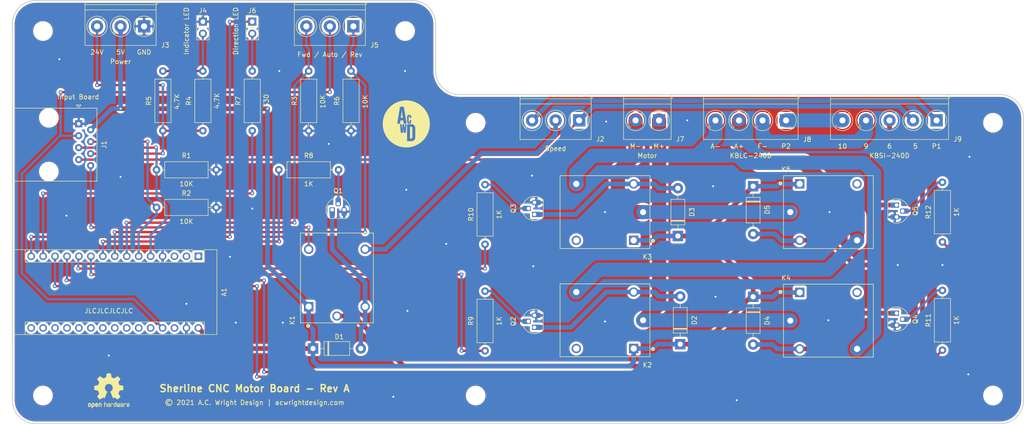
<source format=kicad_pcb>
(kicad_pcb (version 20211014) (generator pcbnew)
  (layers (0 "F.Cu" signal) (31 "B.Cu" signal) (34 "B.Paste" user) (35 "F.Paste" user) (36 "B.SilkS" user "B.Silkscreen") (37 "F.SilkS" user "F.Silkscreen") (38 "B.Mask" user) (39 "F.Mask" user) (44 "Edge.Cuts" user))
  (net 0 "")
  (net 7 "GND")
  (net 9 "FWD")
  (net 11 "REV")
  (net 13 "Net-(A1-Pad7)")
  (net 15 "Net-(A1-Pad8)")
  (net 17 "D6")
  (net 19 "D7")
  (net 21 "D8")
  (net 22 "5V")
  (net 23 "D9")
  (net 25 "D10")
  (net 26 "Net-(A1-Pad14)")
  (net 27 "VIN")
  (net 28 "Net-(A1-Pad15)")
  (net 30 "Net-(D1-Pad2)")
  (net 31 "Net-(D2-Pad2)")
  (net 32 "Net-(D3-Pad2)")
  (net 33 "Net-(D4-Pad2)")
  (net 34 "Net-(D5-Pad2)")
  (net 35 "24V")
  (net 36 "K5")
  (net 37 "Net-(J1-Pad8)")
  (net 38 "Net-(J2-Pad2)")
  (net 39 "P1")
  (net 40 "Net-(J4-Pad2)")
  (net 41 "Net-(J6-Pad2)")
  (net 42 "M+")
  (net 43 "M-")
  (net 44 "P2")
  (net 45 "F-")
  (net 46 "A+")
  (net 47 "A-")
  (net 48 "K6")
  (net 53 "Net-(Q1-Pad2)")
  (net 54 "Net-(Q2-Pad2)")
  (net 55 "Net-(Q3-Pad2)")
  (net 56 "Net-(Q4-Pad2)")
  (net 57 "Net-(Q5-Pad2)")
  (footprint "Diode_THT:D_DO-41_SOD81_P10.16mm_Horizontal" (layer "F.Cu") (at 199.5 119 -90)
    (fp_text reference "D4")
    (fp_text value "1N4007" hide)
  )
  (footprint "Resistor_THT:R_Axial_DIN0309_L9.0mm_D3.2mm_P12.70mm_Horizontal" (layer "F.Cu") (at 142.5 130.5 90)
    (fp_text reference "R9")
    (fp_text value "1K")
  )
  (footprint "Package_TO_SOT_THT:TO-92L_HandSolder" (layer "F.Cu") (at 230 122.5 -90)
    (fp_text reference "Q4")
    (fp_text value "2N2222" hide)
  )
  (footprint "TerminalBlock_Phoenix:TerminalBlock_Phoenix_PT-1,5-5-5.0-H_1x05_P5.00mm_Horizontal" (layer "F.Cu") (at 238.5 81.5 180)
    (fp_text reference "J9")
    (fp_text value "KBSI-240D")
  )
  (footprint "SRD-05VDC-SL-C:SRD-05VDC-SL-C" (layer "F.Cu") (at 215.5 124.08)
    (fp_text reference "K4")
    (fp_text value "SRD-05VDC-SL-C" hide)
  )
  (footprint "MountingHole:MountingHole_3.2mm_M3" (layer "F.Cu") (at 250.5 82)
    (fp_text reference "H5" hide)
    (fp_text value "MountingHole" hide)
  )
  (footprint "A.C. Wright Logo:A.C. Wright Logo 10mm" (layer "F.Cu") (at 125.75 82.25)
    (fp_text reference "G***" hide)
    (fp_text value "LOGO" hide)
  )
  (footprint "SRD-05VDC-SL-C:SRD-05VDC-SL-C" (layer "F.Cu") (at 168 101 180)
    (fp_text reference "K3")
    (fp_text value "SRD-05VDC-SL-C" hide)
  )
  (footprint "MountingHole:MountingHole_3.2mm_M3" (layer "F.Cu") (at 140.5 82)
    (fp_text reference "H6" hide)
    (fp_text value "MountingHole" hide)
  )
  (footprint "Package_TO_SOT_THT:TO-92L_HandSolder" (layer "F.Cu") (at 153.02 101.5 90)
    (fp_text reference "Q3")
    (fp_text value "2N2222" hide)
  )
  (footprint "Diode_THT:D_DO-41_SOD81_P10.16mm_Horizontal" (layer "F.Cu") (at 183.5 106.08 90)
    (fp_text reference "D3")
    (fp_text value "1N4007" hide)
  )
  (footprint "Resistor_THT:R_Axial_DIN0309_L9.0mm_D3.2mm_P12.70mm_Horizontal" (layer "F.Cu") (at 98.65 92)
    (fp_text reference "R8")
    (fp_text value "1K")
  )
  (footprint "Diode_THT:D_DO-41_SOD81_P10.16mm_Horizontal" (layer "F.Cu") (at 199.5 95.5 -90)
    (fp_text reference "D5")
    (fp_text value "1N4007" hide)
  )
  (footprint "Resistor_THT:R_Axial_DIN0309_L9.0mm_D3.2mm_P12.70mm_Horizontal" (layer "F.Cu") (at 142.5 107.85 90)
    (fp_text reference "R10")
    (fp_text value "1K")
  )
  (footprint "MountingHole:MountingHole_3.2mm_M3" (layer "F.Cu") (at 48.5 62.5)
    (fp_text reference "H1" hide)
    (fp_text value "MountingHole" hide)
  )
  (footprint "Resistor_THT:R_Axial_DIN0309_L9.0mm_D3.2mm_P12.70mm_Horizontal" (layer "F.Cu") (at 72.65 92)
    (fp_text reference "R1")
    (fp_text value "10K")
  )
  (footprint "Resistor_THT:R_Axial_DIN0309_L9.0mm_D3.2mm_P12.70mm_Horizontal" (layer "F.Cu") (at 114 71 -90)
    (fp_text reference "R6")
    (fp_text value "10K")
  )
  (footprint "Resistor_THT:R_Axial_DIN0309_L9.0mm_D3.2mm_P12.70mm_Horizontal" (layer "F.Cu") (at 105 71 -90)
    (fp_text reference "R3")
    (fp_text value "10K")
  )
  (footprint "TerminalBlock_Phoenix:TerminalBlock_Phoenix_PT-1,5-4-5.0-H_1x04_P5.00mm_Horizontal" (layer "F.Cu") (at 206.5 81.5 180)
    (fp_text reference "J8")
    (fp_text value "KBLC-240D")
  )
  (footprint "Package_TO_SOT_THT:TO-92L_HandSolder" (layer "F.Cu") (at 153 125.5 90)
    (fp_text reference "Q2")
    (fp_text value "2N2222" hide)
  )
  (footprint "Resistor_THT:R_Axial_DIN0309_L9.0mm_D3.2mm_P12.70mm_Horizontal" (layer "F.Cu") (at 74 71 -90)
    (fp_text reference "R5")
    (fp_text value "4.7K")
  )
  (footprint "MountingHole:MountingHole_3.2mm_M3" (layer "F.Cu") (at 125.5 62.5)
    (fp_text reference "H7" hide)
    (fp_text value "MountingHole" hide)
  )
  (footprint "TerminalBlock_Phoenix:TerminalBlock_Phoenix_PT-1,5-2-5.0-H_1x02_P5.00mm_Horizontal" (layer "F.Cu") (at 179.5 81.5 180)
    (fp_text reference "J7")
    (fp_text value "Motor")
  )
  (footprint "Symbol:OSHW-Logo2_9.8x8mm_SilkScreen" (layer "F.Cu") (at 62.5 139)
    (fp_text reference "REF**" hide)
    (fp_text value "OSHW-Logo2_9.8x8mm_SilkScreen" hide)
  )
  (footprint "Resistor_THT:R_Axial_DIN0309_L9.0mm_D3.2mm_P12.70mm_Horizontal" (layer "F.Cu") (at 93 83.7 90)
    (fp_text reference "R7")
    (fp_text value "330")
  )
  (footprint "MountingHole:MountingHole_3.2mm_M3" (layer "F.Cu") (at 140.5 140)
    (fp_text reference "H3" hide)
    (fp_text value "MountingHole" hide)
  )
  (footprint "MountingHole:MountingHole_3.2mm_M3" (layer "F.Cu") (at 250.5 140)
    (fp_text reference "H4" hide)
    (fp_text value "MountingHole" hide)
  )
  (footprint "Module:Arduino_Nano" (layer "F.Cu") (at 81.55 110.39 -90)
    (fp_text reference "A1")
    (fp_text value "Arduino_Nano_v3.x")
  )
  (footprint "SRD-05VDC-SL-C:SRD-05VDC-SL-C" (layer "F.Cu") (at 215.5 101)
    (fp_text reference "K5")
    (fp_text value "SRD-05VDC-SL-C" hide)
  )
  (footprint "Package_TO_SOT_THT:TO-92L_HandSolder" (layer "F.Cu") (at 110 100.5)
    (fp_text reference "Q1")
    (fp_text value "2N2222" hide)
  )
  (footprint "Connector_PinHeader_2.54mm:PinHeader_1x02_P2.54mm_Vertical" (layer "F.Cu") (at 93 60.5)
    (fp_text reference "J6")
    (fp_text value "Direction LED")
  )
  (footprint "Package_TO_SOT_THT:TO-92L_HandSolder" (layer "F.Cu") (at 230 99.5 -90)
    (fp_text reference "Q5")
    (fp_text value "2N2222" hide)
  )
  (footprint "Resistor_THT:R_Axial_DIN0309_L9.0mm_D3.2mm_P12.70mm_Horizontal" (layer "F.Cu") (at 239.75 130.35 90)
    (fp_text reference "R11")
    (fp_text value "1K")
  )
  (footprint "SRD-05VDC-SL-C:SRD-05VDC-SL-C" (layer "F.Cu") (at 111 115 90)
    (fp_text reference "K1")
    (fp_text value "SRD-05VDC-SL-C" hide)
  )
  (footprint "Connector_RJ:RJ45_Amphenol_54602-x08_Horizontal" (layer "F.Cu") (at 56.1 82.2175 -90)
    (fp_text reference "J1")
    (fp_text value "Input Board")
  )
  (footprint "TerminalBlock_Phoenix:TerminalBlock_Phoenix_PT-1,5-3-5.0-H_1x03_P5.00mm_Horizontal" (layer "F.Cu") (at 114.5 61.5 180)
    (fp_text reference "J5")
    (fp_text value "Fwd / Auto / Rev")
  )
  (footprint "Resistor_THT:R_Axial_DIN0309_L9.0mm_D3.2mm_P12.70mm_Horizontal" (layer "F.Cu") (at 72.65 100)
    (fp_text reference "R2")
    (fp_text value "10K")
  )
  (footprint "TerminalBlock_Phoenix:TerminalBlock_Phoenix_PT-1,5-3-5.0-H_1x03_P5.00mm_Horizontal" (layer "F.Cu") (at 162.5 81.5 180)
    (fp_text reference "J2")
    (fp_text value "Speed")
  )
  (footprint "MountingHole:MountingHole_3.2mm_M3" (layer "F.Cu") (at 48.5 140)
    (fp_text reference "H2" hide)
    (fp_text value "MountingHole" hide)
  )
  (footprint "SRD-05VDC-SL-C:SRD-05VDC-SL-C" (layer "F.Cu") (at 168 124 180)
    (fp_text reference "K2")
    (fp_text value "SRD-05VDC-SL-C" hide)
  )
  (footprint "Diode_THT:D_DO-41_SOD81_P10.16mm_Horizontal" (layer "F.Cu") (at 105.92 130)
    (fp_text reference "D1")
    (fp_text value "1N4007" hide)
  )
  (footprint "TerminalBlock_Phoenix:TerminalBlock_Phoenix_PT-1,5-3-5.0-H_1x03_P5.00mm_Horizontal" (layer "F.Cu") (at 70 61.5 180)
    (fp_text reference "J3")
    (fp_text value "Power")
  )
  (footprint "Diode_THT:D_DO-41_SOD81_P10.16mm_Horizontal" (layer "F.Cu") (at 184 129.08 90)
    (fp_text reference "D2")
    (fp_text value "1N4007" hide)
  )
  (footprint "Resistor_THT:R_Axial_DIN0309_L9.0mm_D3.2mm_P12.70mm_Horizontal" (layer "F.Cu") (at 82.5 71 -90)
    (fp_text reference "R4")
    (fp_text value "4.7K")
  )
  (footprint "Connector_PinHeader_2.54mm:PinHeader_1x02_P2.54mm_Vertical" (layer "F.Cu") (at 82.5 60.5)
    (fp_text reference "J4")
    (fp_text value "Indicator LED")
  )
  (footprint "Resistor_THT:R_Axial_DIN0309_L9.0mm_D3.2mm_P12.70mm_Horizontal" (layer "F.Cu") (at 239.75 107.35 90)
    (fp_text reference "R12")
    (fp_text value "1K")
  )
  (gr_arc (start 137 76) (mid 133.464467 74.535534) (end 132 71) (layer "Edge.Cuts") (width 0.2))
  (gr_line (start 252 76) (end 137 76) (layer "Edge.Cuts") (width 0.2))
  (gr_arc (start 47 146) (mid 43.464467 144.535534) (end 42 141) (layer "Edge.Cuts") (width 0.2))
  (gr_arc (start 127 56) (mid 130.535533 57.464466) (end 132 61) (layer "Edge.Cuts") (width 0.2))
  (gr_line (start 132 71) (end 132 61) (layer "Edge.Cuts") (width 0.2))
  (gr_line (start 127 56) (end 47 56) (layer "Edge.Cuts") (width 0.2))
  (gr_line (start 42 61) (end 42 141) (layer "Edge.Cuts") (width 0.2))
  (gr_line (start 47 146) (end 252 146) (layer "Edge.Cuts") (width 0.2))
  (gr_arc (start 257 141) (mid 255.535534 144.535533) (end 252 146) (layer "Edge.Cuts") (width 0.2))
  (gr_arc (start 42 61) (mid 43.464466 57.464467) (end 47 56) (layer "Edge.Cuts") (width 0.2))
  (gr_arc (start 252 76) (mid 255.535533 77.464466) (end 257 81) (layer "Edge.Cuts") (width 0.2))
  (gr_line (start 257 141) (end 257 81) (layer "Edge.Cuts") (width 0.2))
  (gr_text "6" (at 228.5 87) (layer "F.SilkS") (effects (font (size 1 1))))
  (gr_text "10" (at 218.5 87) (layer "F.SilkS") (effects (font (size 1 1))))
  (gr_text "P1" (at 238.5 87) (layer "F.SilkS") (effects (font (size 1 1))))
  (gr_text "P2" (at 206.5 87) (layer "F.SilkS") (effects (font (size 1 1))))
  (gr_text "JLCJLCJLCJLC" (at 62.5 122) (layer "F.SilkS") (effects (font (size 1 1))))
  (gr_text "A-" (at 191.5 87) (layer "F.SilkS") (effects (font (size 1 1))))
  (gr_text "9" (at 223.5 87) (layer "F.SilkS") (effects (font (size 1 1))))
  (gr_text "24V" (at 60 67) (layer "F.SilkS") (effects (font (size 1 1))))
  (gr_text "A+" (at 196.5 87) (layer "F.SilkS") (effects (font (size 1 1))))
  (gr_text "© 2021 A.C. Wright Design | acwrightdesign.com" (at 93.5 141.5) (layer "F.SilkS") (effects (font (size 1 1))))
  (gr_text "M-" (at 174.5 87) (layer "F.SilkS") (effects (font (size 1 1))))
  (gr_text "F-" (at 201.5 87) (layer "F.SilkS") (effects (font (size 1 1))))
  (gr_text "GND" (at 70 67) (layer "F.SilkS") (effects (font (size 1 1))))
  (gr_text "5" (at 234 87) (layer "F.SilkS") (effects (font (size 1 1))))
  (gr_text "5V" (at 65 67) (layer "F.SilkS") (effects (font (size 1 1))))
  (gr_text "M+" (at 179.5 87) (layer "F.SilkS") (effects (font (size 1 1))))
  (gr_text "Sherline CNC Motor Board - Rev A" (at 93.5 138.5) (layer "F.SilkS") (effects (font (size 1.5 1.5) (thickness 0.3))))
  (via (at 52 68.5) (size 0.8) (drill 0.4) (layers "F.Cu" "B.Cu") (net 7))
  (via (at 191 95.5) (size 0.8) (drill 0.4) (layers "F.Cu" "B.Cu") (net 7))
  (via (at 245.5 89.25) (size 0.8) (drill 0.4) (layers "F.Cu" "B.Cu") (net 7))
  (via (at 89.5 124.5) (size 0.8) (drill 0.4) (layers "F.Cu" "B.Cu") (net 7))
  (via (at 196 141) (size 0.8) (drill 0.4) (layers "F.Cu" "B.Cu") (net 7))
  (via (at 125.75 96.25) (size 0.8) (drill 0.4) (layers "F.Cu" "B.Cu") (net 7))
  (via (at 215.75 101) (size 0.8) (drill 0.4) (layers "F.Cu" "B.Cu") (net 7))
  (via (at 62.5 131.5) (size 0.8) (drill 0.4) (layers "F.Cu" "B.Cu") (net 7))
  (via (at 230.25 112.25) (size 0.8) (drill 0.4) (layers "F.Cu" "B.Cu") (net 7))
  (via (at 98.75 71) (size 0.8) (drill 0.4) (layers "F.Cu" "B.Cu") (net 7))
  (via (at 152.5 93.25) (size 0.8) (drill 0.4) (layers "F.Cu" "B.Cu") (net 7))
  (via (at 245.25 135.5) (size 0.8) (drill 0.4) (layers "F.Cu" "B.Cu") (net 7))
  (via (at 93 100.25) (size 0.8) (drill 0.4) (layers "F.Cu" "B.Cu") (net 7))
  (via (at 191.5 119) (size 0.8) (drill 0.4) (layers "F.Cu" "B.Cu") (net 7))
  (via (at 134.25 107.75) (size 0.8) (drill 0.4) (layers "F.Cu" "B.Cu") (net 7))
  (via (at 126 122) (size 0.8) (drill 0.4) (layers "F.Cu" "B.Cu") (net 7))
  (via (at 168 124.25) (size 0.8) (drill 0.4) (layers "F.Cu" "B.Cu") (net 7))
  (via (at 168.25 81.75) (size 0.8) (drill 0.4) (layers "F.Cu" "B.Cu") (net 7))
  (via (at 239.75 112.25) (size 0.8) (drill 0.4) (layers "F.Cu" "B.Cu") (net 7))
  (via (at 65 93.5) (size 0.8) (drill 0.4) (layers "F.Cu" "B.Cu") (net 7))
  (via (at 168 101) (size 0.8) (drill 0.4) (layers "F.Cu" "B.Cu") (net 7))
  (via (at 109.25 86.5) (size 0.8) (drill 0.4) (layers "F.Cu" "B.Cu") (net 7))
  (via (at 88.25 110.5) (size 0.8) (drill 0.4) (layers "F.Cu" "B.Cu") (net 7))
  (via (at 215.5 124) (size 0.8) (drill 0.4) (layers "F.Cu" "B.Cu") (net 7))
  (via (at 79 120.5) (size 0.8) (drill 0.4) (layers "F.Cu" "B.Cu") (net 7))
  (via (at 152.75 112.5) (size 0.8) (drill 0.4) (layers "F.Cu" "B.Cu") (net 7))
  (via (at 125.5 71) (size 0.8) (drill 0.4) (layers "F.Cu" "B.Cu") (net 7))
  (via (at 53.5 101.75) (size 0.8) (drill 0.4) (layers "F.Cu" "B.Cu") (net 7))
  (via (at 99.5 124.5) (size 0.8) (drill 0.4) (layers "F.Cu" "B.Cu") (net 7))
  (via (at 123 140.25) (size 0.8) (drill 0.4) (layers "F.Cu" "B.Cu") (net 7))
  (via (at 185.5 81.5) (size 0.8) (drill 0.4) (layers "F.Cu" "B.Cu") (net 7))
  (segment (start 72.4525 87.2975) (end 72.5 87.25) (width 0.5) (layer "F.Cu") (net 9))
  (segment (start 56.1 87.2975) (end 72.4525 87.2975) (width 0.5) (layer "F.Cu") (net 9))
  (via (at 72.5 87.25) (size 0.8) (drill 0.4) (layers "F.Cu" "B.Cu") (net 9))
  (segment (start 72.65 87.4) (end 72.5 87.25) (width 0.5) (layer "B.Cu") (net 9))
  (segment (start 72.65 97.65) (end 74.75 99.75) (width 0.5) (layer "B.Cu") (net 9))
  (segment (start 71.39 105.86) (end 71.39 110.39) (width 0.5) (layer "B.Cu") (net 9))
  (segment (start 72.65 92) (end 72.65 97.65) (width 0.5) (layer "B.Cu") (net 9))
  (segment (start 72.65 92) (end 72.65 87.4) (width 0.5) (layer "B.Cu") (net 9))
  (segment (start 74.75 99.75) (end 74.75 102.5) (width 0.5) (layer "B.Cu") (net 9))
  (segment (start 74.75 102.5) (end 71.39 105.86) (width 0.5) (layer "B.Cu") (net 9))
  (segment (start 58.64 86.0275) (end 70.7225 86.0275) (width 0.5) (layer "F.Cu") (net 11))
  (segment (start 70.7225 86.0275) (end 70.75 86) (width 0.5) (layer "F.Cu") (net 11))
  (via (at 70.75 86) (size 0.8) (drill 0.4) (layers "F.Cu" "B.Cu") (net 11))
  (segment (start 72.65 100) (end 72.65 101.6) (width 0.5) (layer "B.Cu") (net 11))
  (segment (start 70.75 86) (end 70.75 98.1) (width 0.5) (layer "B.Cu") (net 11))
  (segment (start 70.75 98.1) (end 72.65 100) (width 0.5) (layer "B.Cu") (net 11))
  (segment (start 68.85 105.4) (end 68.85 110.39) (width 0.5) (layer "B.Cu") (net 11))
  (segment (start 72.65 101.6) (end 68.85 105.4) (width 0.5) (layer "B.Cu") (net 11))
  (segment (start 66.25 103.25) (end 102 103.25) (width 0.5) (layer "F.Cu") (net 13))
  (via (at 66.25 103.25) (size 0.8) (drill 0.4) (layers "F.Cu" "B.Cu") (net 13))
  (via (at 102 103.25) (size 0.8) (drill 0.4) (layers "F.Cu" "B.Cu") (net 13))
  (segment (start 104.5 61.5) (end 104.5 65.75) (width 0.5) (layer "B.Cu") (net 13))
  (segment (start 102 74) (end 105 71) (width 0.5) (layer "B.Cu") (net 13))
  (segment (start 104.5 65.75) (end 105 66.25) (width 0.5) (layer "B.Cu") (net 13))
  (segment (start 66.31 103.31) (end 66.25 103.25) (width 0.5) (layer "B.Cu") (net 13))
  (segment (start 66.31 110.39) (end 66.31 103.31) (width 0.5) (layer "B.Cu") (net 13))
  (segment (start 105 66.25) (end 105 71) (width 0.5) (layer "B.Cu") (net 13))
  (segment (start 102 103.25) (end 102 74) (width 0.5) (layer "B.Cu") (net 13))
  (segment (start 63.75 105.25) (end 117 105.25) (width 0.5) (layer "F.Cu") (net 15))
  (via (at 117 105.25) (size 0.8) (drill 0.4) (layers "F.Cu" "B.Cu") (net 15))
  (via (at 63.75 105.25) (size 0.8) (drill 0.4) (layers "F.Cu" "B.Cu") (net 15))
  (segment (start 63.77 105.27) (end 63.75 105.25) (width 0.5) (layer "B.Cu") (net 15))
  (segment (start 114 66) (end 114 71) (width 0.5) (layer "B.Cu") (net 15))
  (segment (start 114.5 65.5) (end 114 66) (width 0.5) (layer "B.Cu") (net 15))
  (segment (start 63.77 110.39) (end 63.77 105.27) (width 0.5) (layer "B.Cu") (net 15))
  (segment (start 117 105.25) (end 117 74) (width 0.5) (layer "B.Cu") (net 15))
  (segment (start 117 74) (end 114 71) (width 0.5) (layer "B.Cu") (net 15))
  (segment (start 114.5 61.5) (end 114.5 65.5) (width 0.5) (layer "B.Cu") (net 15))
  (segment (start 98.75 107.25) (end 61.25 107.25) (width 0.5) (layer "F.Cu") (net 17))
  (via (at 61.25 107.25) (size 0.8) (drill 0.4) (layers "F.Cu" "B.Cu") (net 17))
  (via (at 98.75 107.25) (size 0.8) (drill 0.4) (layers "F.Cu" "B.Cu") (net 17))
  (segment (start 61.23 107.27) (end 61.23 110.39) (width 0.5) (layer "B.Cu") (net 17))
  (segment (start 61.25 107.25) (end 61.23 107.27) (width 0.5) (layer "B.Cu") (net 17))
  (segment (start 98.65 107.15) (end 98.65 92) (width 0.5) (layer "B.Cu") (net 17))
  (segment (start 98.75 107.25) (end 98.65 107.15) (width 0.5) (layer "B.Cu") (net 17))
  (segment (start 137.5 130.5) (end 142.5 130.5) (width 0.5) (layer "F.Cu") (net 19))
  (segment (start 58.75 114.25) (end 137.5 114.25) (width 0.5) (layer "F.Cu") (net 19))
  (via (at 137.5 130.5) (size 0.8) (drill 0.4) (layers "F.Cu" "B.Cu") (net 19))
  (via (at 137.5 114.25) (size 0.8) (drill 0.4) (layers "F.Cu" "B.Cu") (net 19))
  (via (at 58.75 114.25) (size 0.8) (drill 0.4) (layers "F.Cu" "B.Cu") (net 19))
  (segment (start 58.69 114.19) (end 58.75 114.25) (width 0.5) (layer "B.Cu") (net 19))
  (segment (start 137.5 114.25) (end 137.5 130.5) (width 0.5) (layer "B.Cu") (net 19))
  (segment (start 58.69 110.39) (end 58.69 114.19) (width 0.5) (layer "B.Cu") (net 19))
  (segment (start 142.5 113) (end 56 113) (width 0.5) (layer "F.Cu") (net 21))
  (via (at 142.5 113) (size 0.8) (drill 0.4) (layers "F.Cu" "B.Cu") (net 21))
  (via (at 56 113) (size 0.8) (drill 0.4) (layers "F.Cu" "B.Cu") (net 21))
  (segment (start 56 113) (end 56 110.54) (width 0.5) (layer "B.Cu") (net 21))
  (segment (start 56 110.54) (end 56.15 110.39) (width 0.5) (layer "B.Cu") (net 21))
  (segment (start 142.5 107.85) (end 142.5 113) (width 0.5) (layer "B.Cu") (net 21))
  (segment (start 109.5 75.5) (end 52.25 75.5) (width 0.5) (layer "F.Cu") (net 22))
  (via (at 52.25 75.5) (size 0.8) (drill 0.4) (layers "F.Cu" "B.Cu") (net 22))
  (via (at 109.5 75.5) (size 0.8) (drill 0.4) (layers "F.Cu" "B.Cu") (net 22))
  (segment (start 44 114) (end 49.5 119.5) (width 0.5) (layer "B.Cu") (net 22))
  (segment (start 52.3825 84.7575) (end 52.25 84.625) (width 0.5) (layer "B.Cu") (net 22))
  (segment (start 67.8 119.5) (end 73.93 125.63) (width 0.5) (layer "B.Cu") (net 22))
  (segment (start 52.25 75.5) (end 52.25 84.625) (width 0.5) (layer "B.Cu") (net 22))
  (segment (start 56.1 84.7575) (end 52.3825 84.7575) (width 0.5) (layer "B.Cu") (net 22))
  (segment (start 49.5 119.5) (end 67.8 119.5) (width 0.5) (layer "B.Cu") (net 22))
  (segment (start 109.5 61.5) (end 109.5 75.5) (width 0.5) (layer "B.Cu") (net 22))
  (segment (start 44 92.875) (end 44 114) (width 0.5) (layer "B.Cu") (net 22))
  (segment (start 52.25 84.625) (end 44 92.875) (width 0.5) (layer "B.Cu") (net 22))
  (segment (start 95.5 135) (end 235.1 135) (width 0.5) (layer "F.Cu") (net 23))
  (segment (start 53.5 115.5) (end 95.5 115.5) (width 0.5) (layer "F.Cu") (net 23))
  (segment (start 235.1 135) (end 239.75 130.35) (width 0.5) (layer "F.Cu") (net 23))
  (via (at 53.5 115.5) (size 0.8) (drill 0.4) (layers "F.Cu" "B.Cu") (net 23))
  (via (at 95.5 115.5) (size 0.8) (drill 0.4) (layers "F.Cu" "B.Cu") (net 23))
  (via (at 95.5 135) (size 0.8) (drill 0.4) (layers "F.Cu" "B.Cu") (net 23))
  (segment (start 53.61 115.39) (end 53.5 115.5) (width 0.5) (layer "B.Cu") (net 23))
  (segment (start 53.61 110.39) (end 53.61 115.39) (width 0.5) (layer "B.Cu") (net 23))
  (segment (start 95.5 115.5) (end 95.5 135) (width 0.5) (layer "B.Cu") (net 23))
  (segment (start 238.5 136) (end 244 130.5) (width 0.5) (layer "F.Cu") (net 25))
  (segment (start 51 116.75) (end 94 116.75) (width 0.5) (layer "F.Cu") (net 25))
  (segment (start 244 130.5) (end 244 111.6) (width 0.5) (layer "F.Cu") (net 25))
  (segment (start 244 111.6) (end 239.75 107.35) (width 0.5) (layer "F.Cu") (net 25))
  (segment (start 94 136) (end 238.5 136) (width 0.5) (layer "F.Cu") (net 25))
  (via (at 94 116.75) (size 0.8) (drill 0.4) (layers "F.Cu" "B.Cu") (net 25))
  (via (at 94 136) (size 0.8) (drill 0.4) (layers "F.Cu" "B.Cu") (net 25))
  (via (at 51 116.75) (size 0.8) (drill 0.4) (layers "F.Cu" "B.Cu") (net 25))
  (segment (start 51.07 110.39) (end 51.07 116.68) (width 0.5) (layer "B.Cu") (net 25))
  (segment (start 51.07 116.68) (end 51 116.75) (width 0.5) (layer "B.Cu") (net 25))
  (segment (start 94 136) (end 94 116.75) (width 0.5) (layer "B.Cu") (net 25))
  (segment (start 93 97) (end 92.97 97.03) (width 0.5) (layer "F.Cu") (net 26))
  (segment (start 92.97 97.03) (end 48.53 97.03) (width 0.5) (layer "F.Cu") (net 26))
  (via (at 93 97) (size 0.8) (drill 0.4) (layers "F.Cu" "B.Cu") (net 26))
  (via (at 48.53 97.03) (size 0.8) (drill 0.4) (layers "F.Cu" "B.Cu") (net 26))
  (segment (start 48.53 110.39) (end 48.53 97.03) (width 0.5) (layer "B.Cu") (net 26))
  (segment (start 93 97) (end 93 83.7) (width 0.5) (layer "B.Cu") (net 26))
  (segment (start 48.53 97.03) (end 48.5 97) (width 0.5) (layer "B.Cu") (net 26))
  (segment (start 65 79) (end 96.25 79) (width 1) (layer "F.Cu") (net 27))
  (segment (start 183.5 106.08) (end 188.92 106.08) (width 1) (layer "F.Cu") (net 27))
  (segment (start 188.92 106.08) (end 199.5 116.66) (width 1) (layer "F.Cu") (net 27))
  (segment (start 85.92 130) (end 105.92 130) (width 1) (layer "F.Cu") (net 27))
  (segment (start 199 119) (end 199.5 119) (width 1) (layer "F.Cu") (net 27))
  (segment (start 188.92 106.08) (end 199.5 95.5) (width 1) (layer "F.Cu") (net 27))
  (segment (start 188.92 129.08) (end 199 119) (width 1) (layer "F.Cu") (net 27))
  (segment (start 81.55 125.63) (end 85.92 130) (width 1) (layer "F.Cu") (net 27))
  (segment (start 199.5 116.66) (end 199.5 119) (width 1) (layer "F.Cu") (net 27))
  (segment (start 184 129.08) (end 188.92 129.08) (width 1) (layer "F.Cu") (net 27))
  (via (at 96.25 79) (size 0.8) (drill 0.4) (layers "F.Cu" "B.Cu") (net 27))
  (via (at 65 79) (size 0.8) (drill 0.4) (layers "F.Cu" "B.Cu") (net 27))
  (segment (start 173.25 133.75) (end 174.1 132.9) (width 1) (layer "B.Cu") (net 27))
  (segment (start 65 61.5) (end 65 79) (width 1) (layer "B.Cu") (net 27))
  (segment (start 105.92 125.92) (end 105 125) (width 1) (layer "B.Cu") (net 27))
  (segment (start 105.92 130) (end 105.92 125.92) (width 1) (layer "B.Cu") (net 27))
  (segment (start 204.92 95.08) (end 209.4 95.08) (width 1) (layer "B.Cu") (net 27))
  (segment (start 204.5 95.5) (end 204.92 95.08) (width 1) (layer "B.Cu") (net 27))
  (segment (start 199.5 95.5) (end 204.5 95.5) (width 1) (layer "B.Cu") (net 27))
  (segment (start 174.1 132.9) (end 174.1 130) (width 1) (layer "B.Cu") (net 27))
  (segment (start 63.1275 79) (end 58.64 83.4875) (width 1) (layer "B.Cu") (net 27))
  (segment (start 203.75 119) (end 204.67 118.08) (width 1) (layer "B.Cu") (net 27))
  (segment (start 179.08 106.08) (end 183.5 106.08) (width 1) (layer "B.Cu") (net 27))
  (segment (start 96.25 79) (end 96.25 112.35) (width 1) (layer "B.Cu") (net 27))
  (segment (start 178.16 107) (end 179.08 106.08) (width 1) (layer "B.Cu") (net 27))
  (segment (start 174.1 107) (end 178.16 107) (width 1) (layer "B.Cu") (net 27))
  (segment (start 179.17 129.08) (end 184 129.08) (width 1) (layer "B.Cu") (net 27))
  (segment (start 105 125) (end 105 121.1) (width 1) (layer "B.Cu") (net 27))
  (segment (start 65 79) (end 63.1275 79) (width 1) (layer "B.Cu") (net 27))
  (segment (start 81.5 125.68) (end 81.55 125.63) (width 0.5) (layer "B.Cu") (net 27))
  (segment (start 174.1 130) (end 178.25 130) (width 1) (layer "B.Cu") (net 27))
  (segment (start 106 129.92) (end 105.92 130) (width 0.5) (layer "B.Cu") (net 27))
  (segment (start 204.67 118.08) (end 209.4 118.08) (width 1) (layer "B.Cu") (net 27))
  (segment (start 96.25 112.35) (end 105 121.1) (width 1) (layer "B.Cu") (net 27))
  (segment (start 199.5 119) (end 203.75 119) (width 1) (layer "B.Cu") (net 27))
  (segment (start 105.92 132.67) (end 107 133.75) (width 1) (layer "B.Cu") (net 27))
  (segment (start 107 133.75) (end 173.25 133.75) (width 1) (layer "B.Cu") (net 27))
  (segment (start 105.92 130) (end 105.92 132.67) (width 1) (layer "B.Cu") (net 27))
  (segment (start 178.25 130) (end 179.17 129.08) (width 1) (layer "B.Cu") (net 27))
  (segment (start 88.25 106.25) (end 46 106.25) (width 0.5) (layer "F.Cu") (net 28))
  (segment (start 93 60.5) (end 88.25 60.5) (width 0.5) (layer "F.Cu") (net 28))
  (via (at 88.25 106.25) (size 0.8) (drill 0.4) (layers "F.Cu" "B.Cu") (net 28))
  (via (at 88.25 60.5) (size 0.8) (drill 0.4) (layers "F.Cu" "B.Cu") (net 28))
  (via (at 46 106.25) (size 0.8) (drill 0.4) (layers "F.Cu" "B.Cu") (net 28))
  (segment (start 46 110.38) (end 45.99 110.39) (width 0.5) (layer "B.Cu") (net 28))
  (segment (start 46 106.25) (end 46 110.38) (width 0.5) (layer "B.Cu") (net 28))
  (segment (start 88.25 60.5) (end 88.25 106.25) (width 0.5) (layer "B.Cu") (net 28))
  (segment (start 110 109) (end 110 100.5) (width 1) (layer "B.Cu") (net 30))
  (segment (start 117 121.1) (end 117 116) (width 1) (layer "B.Cu") (net 30))
  (segment (start 116.08 130) (end 116.08 125.67) (width 1) (layer "B.Cu") (net 30))
  (segment (start 116 129.92) (end 116.08 130) (width 0.5) (layer "B.Cu") (net 30))
  (segment (start 116.08 125.67) (end 117 124.75) (width 1) (layer "B.Cu") (net 30))
  (segment (start 117 116) (end 110 109) (width 1) (layer "B.Cu") (net 30))
  (segment (start 117 124.75) (end 117 121.1) (width 1) (layer "B.Cu") (net 30))
  (segment (start 178.5 118) (end 179.42 118.92) (width 1) (layer "B.Cu") (net 31))
  (segment (start 153 125.5) (end 160.75 125.5) (width 1) (layer "B.Cu") (net 31))
  (segment (start 160.75 125.5) (end 168.25 118) (width 1) (layer "B.Cu") (net 31))
  (segment (start 168.25 118) (end 174.1 118) (width 1) (layer "B.Cu") (net 31))
  (segment (start 174.1 118) (end 178.5 118) (width 1) (layer "B.Cu") (net 31))
  (segment (start 179.42 118.92) (end 184 118.92) (width 1) (layer "B.Cu") (net 31))
  (segment (start 168.25 95) (end 174.1 95) (width 1) (layer "B.Cu") (net 32))
  (segment (start 174.1 95) (end 178.5 95) (width 1) (layer "B.Cu") (net 32))
  (segment (start 161.75 101.5) (end 168.25 95) (width 1) (layer "B.Cu") (net 32))
  (segment (start 178.5 95) (end 179.42 95.92) (width 1) (layer "B.Cu") (net 32))
  (segment (start 153.02 101.5) (end 161.75 101.5) (width 1) (layer "B.Cu") (net 32))
  (segment (start 179.42 95.92) (end 183.5 95.92) (width 1) (layer "B.Cu") (net 32))
  (segment (start 209.4 130.08) (end 215.42 130.08) (width 1) (layer "F.Cu") (net 33))
  (segment (start 215.42 130.08) (end 223 122.5) (width 1) (layer "F.Cu") (net 33))
  (segment (start 223 122.5) (end 230 122.5) (width 1) (layer "F.Cu") (net 33))
  (segment (start 204.58 130.08) (end 209.4 130.08) (width 1) (layer "B.Cu") (net 33))
  (segment (start 203.66 129.16) (end 204.58 130.08) (width 1) (layer "B.Cu") (net 33))
  (segment (start 199.5 129.16) (end 203.66 129.16) (width 1) (layer "B.Cu") (net 33))
  (segment (start 226.5 99.5) (end 230 99.5) (width 1) (layer "F.Cu") (net 34))
  (segment (start 209.4 107) (end 215.75 107) (width 1) (layer "F.Cu") (net 34))
  (segment (start 225.25 100.75) (end 226.5 99.5) (width 1) (layer "F.Cu") (net 34))
  (segment (start 225.25 111.5) (end 225.25 100.75) (width 1) (layer "F.Cu") (net 34))
  (segment (start 224.5 112.25) (end 225.25 111.5) (width 1) (layer "F.Cu") (net 34))
  (segment (start 221 112.25) (end 224.5 112.25) (width 1) (layer "F.Cu") (net 34))
  (segment (start 215.75 107) (end 221 112.25) (width 1) (layer "F.Cu") (net 34))
  (segment (start 199.5 105.66) (end 204.16 105.66) (width 1) (layer "B.Cu") (net 34))
  (segment (start 205.58 107.08) (end 209.4 107.08) (width 1) (layer "B.Cu") (net 34))
  (segment (start 204.16 105.66) (end 205.58 107.08) (width 1) (layer "B.Cu") (net 34))
  (segment (start 74 83.7) (end 82.5 83.7) (width 0.5) (layer "F.Cu") (net 35))
  (segment (start 60 74) (end 74 74) (width 0.5) (layer "F.Cu") (net 35))
  (segment (start 73.9325 88.5675) (end 74 88.5) (width 0.5) (layer "F.Cu") (net 35))
  (segment (start 69.1325 88.5675) (end 73.9325 88.5675) (width 0.5) (layer "F.Cu") (net 35))
  (segment (start 58.64 88.5675) (end 69.1325 88.5675) (width 0.5) (layer "F.Cu") (net 35))
  (via (at 74 74) (size 0.8) (drill 0.4) (layers "F.Cu" "B.Cu") (net 35))
  (via (at 60 74) (size 0.8) (drill 0.4) (layers "F.Cu" "B.Cu") (net 35))
  (via (at 74 88.5) (size 0.8) (drill 0.4) (layers "F.Cu" "B.Cu") (net 35))
  (segment (start 74 88.5) (end 74 83.7) (width 0.5) (layer "B.Cu") (net 35))
  (segment (start 60 61.5) (end 60 74) (width 0.5) (layer "B.Cu") (net 35))
  (segment (start 74 74) (end 74 83.7) (width 0.5) (layer "B.Cu") (net 35))
  (segment (start 154.1625 89.8375) (end 162.5 81.5) (width 0.5) (layer "F.Cu") (net 36))
  (segment (start 56.1 89.8375) (end 154.1625 89.8375) (width 0.5) (layer "F.Cu") (net 36))
  (segment (start 165.5 78.5) (end 230.5 78.5) (width 1) (layer "B.Cu") (net 36))
  (segment (start 162.5 81.5) (end 165.5 78.5) (width 1) (layer "B.Cu") (net 36))
  (segment (start 230.5 78.5) (end 233.5 81.5) (width 1) (layer "B.Cu") (net 36))
  (segment (start 58.75 104.25) (end 105 104.25) (width 0.5) (layer "F.Cu") (net 37))
  (via (at 105 104.25) (size 0.8) (drill 0.4) (layers "F.Cu" "B.Cu") (net 37))
  (via (at 58.75 104.25) (size 0.8) (drill 0.4) (layers "F.Cu" "B.Cu") (net 37))
  (segment (start 105 104.25) (end 105 108.9) (width 0.5) (layer "B.Cu") (net 37))
  (segment (start 58.64 104.14) (end 58.75 104.25) (width 0.5) (layer "B.Cu") (net 37))
  (segment (start 58.64 91.1075) (end 58.64 104.14) (width 0.5) (layer "B.Cu") (net 37))
  (segment (start 121.35 108.9) (end 141.75 88.5) (width 1) (layer "B.Cu") (net 38))
  (segment (start 117 108.9) (end 121.35 108.9) (width 1) (layer "B.Cu") (net 38))
  (segment (start 141.75 88.5) (end 153.5 88.5) (width 1) (layer "B.Cu") (net 38))
  (segment (start 153.5 88.5) (end 157.5 84.5) (width 1) (layer "B.Cu") (net 38))
  (segment (start 157.5 84.5) (end 157.5 81.5) (width 1) (layer "B.Cu") (net 38))
  (segment (start 234.30048 77.30048) (end 238.5 81.5) (width 1) (layer "B.Cu") (net 39))
  (segment (start 156.69952 77.30048) (end 234.30048 77.30048) (width 1) (layer "B.Cu") (net 39))
  (segment (start 152.5 81.5) (end 156.69952 77.30048) (width 1) (layer "B.Cu") (net 39))
  (segment (start 74 71) (end 82.5 71) (width 0.5) (layer "F.Cu") (net 40))
  (segment (start 82.5 63.04) (end 82.5 71) (width 0.5) (layer "B.Cu") (net 40))
  (segment (start 93 63.04) (end 93 71) (width 0.5) (layer "B.Cu") (net 41))
  (segment (start 179.5 81.5) (end 179.5 120.6) (width 3) (layer "F.Cu") (net 42))
  (segment (start 179.5 120.6) (end 176.1 124) (width 3) (layer "F.Cu") (net 42))
  (segment (start 176.1 124) (end 207.32 124) (width 3) (layer "B.Cu") (net 42))
  (segment (start 207.32 124) (end 207.4 124.08) (width 3) (layer "B.Cu") (net 42))
  (segment (start 174.5 88.75) (end 174.5 81.5) (width 3) (layer "F.Cu") (net 43))
  (segment (start 176.1 101) (end 174 101) (width 3) (layer "F.Cu") (net 43))
  (segment (start 170.75 97.75) (end 170.75 92.5) (width 3) (layer "F.Cu") (net 43))
  (segment (start 170.75 92.5) (end 174.5 88.75) (width 3) (layer "F.Cu") (net 43))
  (segment (start 174 101) (end 170.75 97.75) (width 3) (layer "F.Cu") (net 43))
  (segment (start 176.1 101) (end 207.32 101) (width 3) (layer "B.Cu") (net 43))
  (segment (start 206.5 81.5) (end 218.5 81.5) (width 3) (layer "B.Cu") (net 44))
  (segment (start 223.5 84.25) (end 223.5 81.5) (width 3) (layer "B.Cu") (net 45))
  (segment (start 221.75 86) (end 223.5 84.25) (width 3) (layer "B.Cu") (net 45))
  (segment (start 201.5 81.5) (end 201.5 84.75) (width 3) (layer "B.Cu") (net 45))
  (segment (start 201.5 84.75) (end 202.75 86) (width 3) (layer "B.Cu") (net 45))
  (segment (start 202.75 86) (end 221.75 86) (width 3) (layer "B.Cu") (net 45))
  (segment (start 210.199022 90.5) (end 200.75 90.5) (width 3) (layer "F.Cu") (net 46))
  (segment (start 221.6 107.08) (end 221.6 101.900978) (width 3) (layer "F.Cu") (net 46))
  (segment (start 221.6 101.900978) (end 210.199022 90.5) (width 3) (layer "F.Cu") (net 46))
  (segment (start 200.75 90.5) (end 196.5 86.25) (width 3) (layer "F.Cu") (net 46))
  (segment (start 196.5 86.25) (end 196.5 81.5) (width 3) (layer "F.Cu") (net 46))
  (segment (start 166.65 113.25) (end 215.43 113.25) (width 3) (layer "B.Cu") (net 46))
  (segment (start 161.9 118) (end 166.65 113.25) (width 3) (layer "B.Cu") (net 46))
  (segment (start 215.43 113.25) (end 221.6 107.08) (width 3) (layer "B.Cu") (net 46))
  (segment (start 187.5 89) (end 196.25 89) (width 3) (layer "B.Cu") (net 47))
  (segment (start 187.5 89) (end 191.5 85) (width 3) (layer "B.Cu") (net 47))
  (segment (start 165.5 89) (end 187.5 89) (width 3) (layer "B.Cu") (net 47))
  (segment (start 223 90.5) (end 225.25 92.75) (width 3) (layer "B.Cu") (net 47))
  (segment (start 197.75 90.5) (end 223 90.5) (width 3) (layer "B.Cu") (net 47))
  (segment (start 196.25 89) (end 197.75 90.5) (width 3) (layer "B.Cu") (net 47))
  (segment (start 225.25 126.43) (end 221.6 130.08) (width 3) (layer "B.Cu") (net 47))
  (segment (start 191.5 85) (end 191.5 81.5) (width 3) (layer "B.Cu") (net 47))
  (segment (start 161.9 95) (end 161.9 92.6) (width 3) (layer "B.Cu") (net 47))
  (segment (start 161.9 92.6) (end 165.5 89) (width 3) (layer "B.Cu") (net 47))
  (segment (start 225.25 92.75) (end 225.25 126.43) (width 3) (layer "B.Cu") (net 47))
  (segment (start 228.5 88.5) (end 235.5 95.5) (width 1) (layer "F.Cu") (net 48))
  (segment (start 231 133.75) (end 125.25 133.75) (width 1) (layer "F.Cu") (net 48))
  (segment (start 235.5 95.5) (end 235.5 129.25) (width 1) (layer "F.Cu") (net 48))
  (segment (start 235.5 129.25) (end 231 133.75) (width 1) (layer "F.Cu") (net 48))
  (segment (start 114.6 123.1) (end 111 123.1) (width 1) (layer "F.Cu") (net 48))
  (segment (start 125.25 133.75) (end 114.6 123.1) (width 1) (layer "F.Cu") (net 48))
  (segment (start 228.5 81.5) (end 228.5 88.5) (width 1) (layer "F.Cu") (net 48))
  (segment (start 111.27 99.23) (end 111.35 99.15) (width 0.5) (layer "B.Cu") (net 53))
  (segment (start 111.35 99.15) (end 111.35 92) (width 0.5) (layer "B.Cu") (net 53))
  (segment (start 142.5 117.8) (end 143.8 117.8) (width 0.5) (layer "B.Cu") (net 54))
  (segment (start 143.8 117.8) (end 150.23 124.23) (width 0.5) (layer "B.Cu") (net 54))
  (segment (start 150.23 124.23) (end 151.73 124.23) (width 0.5) (layer "B.Cu") (net 54))
  (segment (start 142.5 95.15) (end 144.15 95.15) (width 0.5) (layer "B.Cu") (net 55))
  (segment (start 149.23 100.23) (end 151.75 100.23) (width 0.5) (layer "B.Cu") (net 55))
  (segment (start 144.15 95.15) (end 149.23 100.23) (width 0.5) (layer "B.Cu") (net 55))
  (segment (start 238.6 117.65) (end 232.48 123.77) (width 0.5) (layer "B.Cu") (net 56))
  (segment (start 239.75 117.65) (end 238.6 117.65) (width 0.5) (layer "B.Cu") (net 56))
  (segment (start 232.48 123.77) (end 231.27 123.77) (width 0.5) (layer "B.Cu") (net 56))
  (segment (start 238.85 94.65) (end 232.73 100.77) (width 0.5) (layer "B.Cu") (net 57))
  (segment (start 232.73 100.77) (end 231.27 100.77) (width 0.5) (layer "B.Cu") (net 57))
  (segment (start 239.5 94.65) (end 238.85 94.65) (width 0.5) (layer "B.Cu") (net 57))
  (zone (net 7) (net_name "GND") (layer "F.Cu") (connect_pads (clearance 0.508)) (min_thickness 0.254) (fill yes (thermal_gap 0.508) (thermal_bridge_width 0.508))
    (polygon (pts (xy 136 73) (xy 257 73) (xy 257 146) (xy 42 146) (xy 42 56) (xy 136 56)))
  )
  (zone (net 7) (net_name "GND") (layer "B.Cu") (connect_pads (clearance 0.508)) (min_thickness 0.254) (fill yes (thermal_gap 0.508) (thermal_bridge_width 0.508))
    (polygon (pts (xy 136 73) (xy 257 73) (xy 257 146) (xy 42 146) (xy 42 56) (xy 136 56)))
  )
)
</source>
